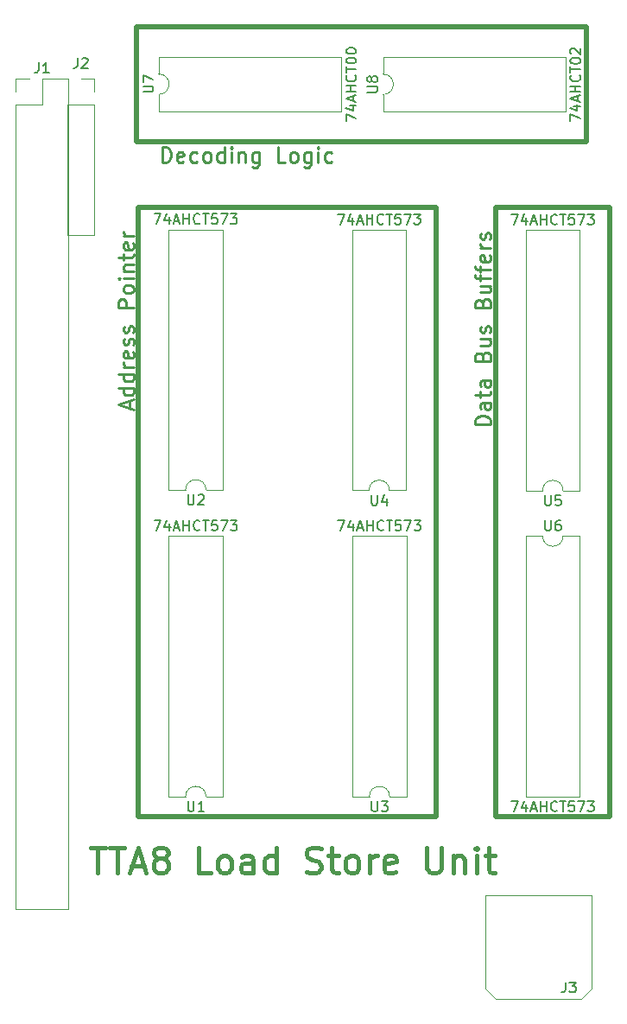
<source format=gbr>
%TF.GenerationSoftware,KiCad,Pcbnew,9.0.4*%
%TF.CreationDate,2025-09-17T01:15:47-04:00*%
%TF.ProjectId,tta8_lsu,74746138-5f6c-4737-952e-6b696361645f,0*%
%TF.SameCoordinates,Original*%
%TF.FileFunction,Legend,Top*%
%TF.FilePolarity,Positive*%
%FSLAX46Y46*%
G04 Gerber Fmt 4.6, Leading zero omitted, Abs format (unit mm)*
G04 Created by KiCad (PCBNEW 9.0.4) date 2025-09-17 01:15:47*
%MOMM*%
%LPD*%
G01*
G04 APERTURE LIST*
%ADD10C,0.500000*%
%ADD11C,0.400000*%
%ADD12C,0.250000*%
%ADD13C,0.150000*%
%ADD14C,0.120000*%
G04 APERTURE END LIST*
D10*
X68100000Y-51300000D02*
X68100000Y-62500000D01*
X103300000Y-69000000D02*
X114500000Y-69000000D01*
X97500000Y-128700000D02*
X68300000Y-128700000D01*
X97500000Y-69000000D02*
X68300000Y-69000000D01*
X112200000Y-51300000D02*
X68100000Y-51300000D01*
X68100000Y-62500000D02*
X112200000Y-62500000D01*
X112200000Y-62500000D02*
X112200000Y-51300000D01*
X68300000Y-69000000D02*
X68300000Y-128700000D01*
X97500000Y-69000000D02*
X97500000Y-128700000D01*
X103300000Y-128700000D02*
X114500000Y-128700000D01*
X103300000Y-128700000D02*
X103300000Y-69000000D01*
X114500000Y-69000000D02*
X114500000Y-128700000D01*
D11*
X63578571Y-131673247D02*
X65007142Y-131673247D01*
X64292856Y-134173247D02*
X64292856Y-131673247D01*
X65483333Y-131673247D02*
X66911904Y-131673247D01*
X66197618Y-134173247D02*
X66197618Y-131673247D01*
X67626190Y-133458961D02*
X68816666Y-133458961D01*
X67388095Y-134173247D02*
X68221428Y-131673247D01*
X68221428Y-131673247D02*
X69054761Y-134173247D01*
X70245237Y-132744676D02*
X70007142Y-132625628D01*
X70007142Y-132625628D02*
X69888095Y-132506580D01*
X69888095Y-132506580D02*
X69769047Y-132268485D01*
X69769047Y-132268485D02*
X69769047Y-132149438D01*
X69769047Y-132149438D02*
X69888095Y-131911342D01*
X69888095Y-131911342D02*
X70007142Y-131792295D01*
X70007142Y-131792295D02*
X70245237Y-131673247D01*
X70245237Y-131673247D02*
X70721428Y-131673247D01*
X70721428Y-131673247D02*
X70959523Y-131792295D01*
X70959523Y-131792295D02*
X71078571Y-131911342D01*
X71078571Y-131911342D02*
X71197618Y-132149438D01*
X71197618Y-132149438D02*
X71197618Y-132268485D01*
X71197618Y-132268485D02*
X71078571Y-132506580D01*
X71078571Y-132506580D02*
X70959523Y-132625628D01*
X70959523Y-132625628D02*
X70721428Y-132744676D01*
X70721428Y-132744676D02*
X70245237Y-132744676D01*
X70245237Y-132744676D02*
X70007142Y-132863723D01*
X70007142Y-132863723D02*
X69888095Y-132982771D01*
X69888095Y-132982771D02*
X69769047Y-133220866D01*
X69769047Y-133220866D02*
X69769047Y-133697057D01*
X69769047Y-133697057D02*
X69888095Y-133935152D01*
X69888095Y-133935152D02*
X70007142Y-134054200D01*
X70007142Y-134054200D02*
X70245237Y-134173247D01*
X70245237Y-134173247D02*
X70721428Y-134173247D01*
X70721428Y-134173247D02*
X70959523Y-134054200D01*
X70959523Y-134054200D02*
X71078571Y-133935152D01*
X71078571Y-133935152D02*
X71197618Y-133697057D01*
X71197618Y-133697057D02*
X71197618Y-133220866D01*
X71197618Y-133220866D02*
X71078571Y-132982771D01*
X71078571Y-132982771D02*
X70959523Y-132863723D01*
X70959523Y-132863723D02*
X70721428Y-132744676D01*
X75364285Y-134173247D02*
X74173809Y-134173247D01*
X74173809Y-134173247D02*
X74173809Y-131673247D01*
X76554761Y-134173247D02*
X76316666Y-134054200D01*
X76316666Y-134054200D02*
X76197619Y-133935152D01*
X76197619Y-133935152D02*
X76078571Y-133697057D01*
X76078571Y-133697057D02*
X76078571Y-132982771D01*
X76078571Y-132982771D02*
X76197619Y-132744676D01*
X76197619Y-132744676D02*
X76316666Y-132625628D01*
X76316666Y-132625628D02*
X76554761Y-132506580D01*
X76554761Y-132506580D02*
X76911904Y-132506580D01*
X76911904Y-132506580D02*
X77150000Y-132625628D01*
X77150000Y-132625628D02*
X77269047Y-132744676D01*
X77269047Y-132744676D02*
X77388095Y-132982771D01*
X77388095Y-132982771D02*
X77388095Y-133697057D01*
X77388095Y-133697057D02*
X77269047Y-133935152D01*
X77269047Y-133935152D02*
X77150000Y-134054200D01*
X77150000Y-134054200D02*
X76911904Y-134173247D01*
X76911904Y-134173247D02*
X76554761Y-134173247D01*
X79530952Y-134173247D02*
X79530952Y-132863723D01*
X79530952Y-132863723D02*
X79411905Y-132625628D01*
X79411905Y-132625628D02*
X79173809Y-132506580D01*
X79173809Y-132506580D02*
X78697619Y-132506580D01*
X78697619Y-132506580D02*
X78459524Y-132625628D01*
X79530952Y-134054200D02*
X79292857Y-134173247D01*
X79292857Y-134173247D02*
X78697619Y-134173247D01*
X78697619Y-134173247D02*
X78459524Y-134054200D01*
X78459524Y-134054200D02*
X78340476Y-133816104D01*
X78340476Y-133816104D02*
X78340476Y-133578009D01*
X78340476Y-133578009D02*
X78459524Y-133339914D01*
X78459524Y-133339914D02*
X78697619Y-133220866D01*
X78697619Y-133220866D02*
X79292857Y-133220866D01*
X79292857Y-133220866D02*
X79530952Y-133101819D01*
X81792857Y-134173247D02*
X81792857Y-131673247D01*
X81792857Y-134054200D02*
X81554762Y-134173247D01*
X81554762Y-134173247D02*
X81078571Y-134173247D01*
X81078571Y-134173247D02*
X80840476Y-134054200D01*
X80840476Y-134054200D02*
X80721429Y-133935152D01*
X80721429Y-133935152D02*
X80602381Y-133697057D01*
X80602381Y-133697057D02*
X80602381Y-132982771D01*
X80602381Y-132982771D02*
X80721429Y-132744676D01*
X80721429Y-132744676D02*
X80840476Y-132625628D01*
X80840476Y-132625628D02*
X81078571Y-132506580D01*
X81078571Y-132506580D02*
X81554762Y-132506580D01*
X81554762Y-132506580D02*
X81792857Y-132625628D01*
X84769048Y-134054200D02*
X85126191Y-134173247D01*
X85126191Y-134173247D02*
X85721429Y-134173247D01*
X85721429Y-134173247D02*
X85959524Y-134054200D01*
X85959524Y-134054200D02*
X86078572Y-133935152D01*
X86078572Y-133935152D02*
X86197619Y-133697057D01*
X86197619Y-133697057D02*
X86197619Y-133458961D01*
X86197619Y-133458961D02*
X86078572Y-133220866D01*
X86078572Y-133220866D02*
X85959524Y-133101819D01*
X85959524Y-133101819D02*
X85721429Y-132982771D01*
X85721429Y-132982771D02*
X85245238Y-132863723D01*
X85245238Y-132863723D02*
X85007143Y-132744676D01*
X85007143Y-132744676D02*
X84888096Y-132625628D01*
X84888096Y-132625628D02*
X84769048Y-132387533D01*
X84769048Y-132387533D02*
X84769048Y-132149438D01*
X84769048Y-132149438D02*
X84888096Y-131911342D01*
X84888096Y-131911342D02*
X85007143Y-131792295D01*
X85007143Y-131792295D02*
X85245238Y-131673247D01*
X85245238Y-131673247D02*
X85840477Y-131673247D01*
X85840477Y-131673247D02*
X86197619Y-131792295D01*
X86911905Y-132506580D02*
X87864286Y-132506580D01*
X87269048Y-131673247D02*
X87269048Y-133816104D01*
X87269048Y-133816104D02*
X87388095Y-134054200D01*
X87388095Y-134054200D02*
X87626190Y-134173247D01*
X87626190Y-134173247D02*
X87864286Y-134173247D01*
X89054761Y-134173247D02*
X88816666Y-134054200D01*
X88816666Y-134054200D02*
X88697619Y-133935152D01*
X88697619Y-133935152D02*
X88578571Y-133697057D01*
X88578571Y-133697057D02*
X88578571Y-132982771D01*
X88578571Y-132982771D02*
X88697619Y-132744676D01*
X88697619Y-132744676D02*
X88816666Y-132625628D01*
X88816666Y-132625628D02*
X89054761Y-132506580D01*
X89054761Y-132506580D02*
X89411904Y-132506580D01*
X89411904Y-132506580D02*
X89650000Y-132625628D01*
X89650000Y-132625628D02*
X89769047Y-132744676D01*
X89769047Y-132744676D02*
X89888095Y-132982771D01*
X89888095Y-132982771D02*
X89888095Y-133697057D01*
X89888095Y-133697057D02*
X89769047Y-133935152D01*
X89769047Y-133935152D02*
X89650000Y-134054200D01*
X89650000Y-134054200D02*
X89411904Y-134173247D01*
X89411904Y-134173247D02*
X89054761Y-134173247D01*
X90959524Y-134173247D02*
X90959524Y-132506580D01*
X90959524Y-132982771D02*
X91078571Y-132744676D01*
X91078571Y-132744676D02*
X91197619Y-132625628D01*
X91197619Y-132625628D02*
X91435714Y-132506580D01*
X91435714Y-132506580D02*
X91673809Y-132506580D01*
X93459524Y-134054200D02*
X93221428Y-134173247D01*
X93221428Y-134173247D02*
X92745238Y-134173247D01*
X92745238Y-134173247D02*
X92507143Y-134054200D01*
X92507143Y-134054200D02*
X92388095Y-133816104D01*
X92388095Y-133816104D02*
X92388095Y-132863723D01*
X92388095Y-132863723D02*
X92507143Y-132625628D01*
X92507143Y-132625628D02*
X92745238Y-132506580D01*
X92745238Y-132506580D02*
X93221428Y-132506580D01*
X93221428Y-132506580D02*
X93459524Y-132625628D01*
X93459524Y-132625628D02*
X93578571Y-132863723D01*
X93578571Y-132863723D02*
X93578571Y-133101819D01*
X93578571Y-133101819D02*
X92388095Y-133339914D01*
X96554762Y-131673247D02*
X96554762Y-133697057D01*
X96554762Y-133697057D02*
X96673809Y-133935152D01*
X96673809Y-133935152D02*
X96792857Y-134054200D01*
X96792857Y-134054200D02*
X97030952Y-134173247D01*
X97030952Y-134173247D02*
X97507143Y-134173247D01*
X97507143Y-134173247D02*
X97745238Y-134054200D01*
X97745238Y-134054200D02*
X97864285Y-133935152D01*
X97864285Y-133935152D02*
X97983333Y-133697057D01*
X97983333Y-133697057D02*
X97983333Y-131673247D01*
X99173810Y-132506580D02*
X99173810Y-134173247D01*
X99173810Y-132744676D02*
X99292857Y-132625628D01*
X99292857Y-132625628D02*
X99530952Y-132506580D01*
X99530952Y-132506580D02*
X99888095Y-132506580D01*
X99888095Y-132506580D02*
X100126191Y-132625628D01*
X100126191Y-132625628D02*
X100245238Y-132863723D01*
X100245238Y-132863723D02*
X100245238Y-134173247D01*
X101435715Y-134173247D02*
X101435715Y-132506580D01*
X101435715Y-131673247D02*
X101316667Y-131792295D01*
X101316667Y-131792295D02*
X101435715Y-131911342D01*
X101435715Y-131911342D02*
X101554762Y-131792295D01*
X101554762Y-131792295D02*
X101435715Y-131673247D01*
X101435715Y-131673247D02*
X101435715Y-131911342D01*
X102269048Y-132506580D02*
X103221429Y-132506580D01*
X102626191Y-131673247D02*
X102626191Y-133816104D01*
X102626191Y-133816104D02*
X102745238Y-134054200D01*
X102745238Y-134054200D02*
X102983333Y-134173247D01*
X102983333Y-134173247D02*
X103221429Y-134173247D01*
D12*
X67374857Y-88664472D02*
X67374857Y-87950187D01*
X67803428Y-88807329D02*
X66303428Y-88307329D01*
X66303428Y-88307329D02*
X67803428Y-87807329D01*
X67803428Y-86664473D02*
X66303428Y-86664473D01*
X67732000Y-86664473D02*
X67803428Y-86807330D01*
X67803428Y-86807330D02*
X67803428Y-87093044D01*
X67803428Y-87093044D02*
X67732000Y-87235901D01*
X67732000Y-87235901D02*
X67660571Y-87307330D01*
X67660571Y-87307330D02*
X67517714Y-87378758D01*
X67517714Y-87378758D02*
X67089142Y-87378758D01*
X67089142Y-87378758D02*
X66946285Y-87307330D01*
X66946285Y-87307330D02*
X66874857Y-87235901D01*
X66874857Y-87235901D02*
X66803428Y-87093044D01*
X66803428Y-87093044D02*
X66803428Y-86807330D01*
X66803428Y-86807330D02*
X66874857Y-86664473D01*
X67803428Y-85307330D02*
X66303428Y-85307330D01*
X67732000Y-85307330D02*
X67803428Y-85450187D01*
X67803428Y-85450187D02*
X67803428Y-85735901D01*
X67803428Y-85735901D02*
X67732000Y-85878758D01*
X67732000Y-85878758D02*
X67660571Y-85950187D01*
X67660571Y-85950187D02*
X67517714Y-86021615D01*
X67517714Y-86021615D02*
X67089142Y-86021615D01*
X67089142Y-86021615D02*
X66946285Y-85950187D01*
X66946285Y-85950187D02*
X66874857Y-85878758D01*
X66874857Y-85878758D02*
X66803428Y-85735901D01*
X66803428Y-85735901D02*
X66803428Y-85450187D01*
X66803428Y-85450187D02*
X66874857Y-85307330D01*
X67803428Y-84593044D02*
X66803428Y-84593044D01*
X67089142Y-84593044D02*
X66946285Y-84521615D01*
X66946285Y-84521615D02*
X66874857Y-84450187D01*
X66874857Y-84450187D02*
X66803428Y-84307329D01*
X66803428Y-84307329D02*
X66803428Y-84164472D01*
X67732000Y-83093044D02*
X67803428Y-83235901D01*
X67803428Y-83235901D02*
X67803428Y-83521616D01*
X67803428Y-83521616D02*
X67732000Y-83664473D01*
X67732000Y-83664473D02*
X67589142Y-83735901D01*
X67589142Y-83735901D02*
X67017714Y-83735901D01*
X67017714Y-83735901D02*
X66874857Y-83664473D01*
X66874857Y-83664473D02*
X66803428Y-83521616D01*
X66803428Y-83521616D02*
X66803428Y-83235901D01*
X66803428Y-83235901D02*
X66874857Y-83093044D01*
X66874857Y-83093044D02*
X67017714Y-83021616D01*
X67017714Y-83021616D02*
X67160571Y-83021616D01*
X67160571Y-83021616D02*
X67303428Y-83735901D01*
X67732000Y-82450187D02*
X67803428Y-82307330D01*
X67803428Y-82307330D02*
X67803428Y-82021616D01*
X67803428Y-82021616D02*
X67732000Y-81878759D01*
X67732000Y-81878759D02*
X67589142Y-81807330D01*
X67589142Y-81807330D02*
X67517714Y-81807330D01*
X67517714Y-81807330D02*
X67374857Y-81878759D01*
X67374857Y-81878759D02*
X67303428Y-82021616D01*
X67303428Y-82021616D02*
X67303428Y-82235902D01*
X67303428Y-82235902D02*
X67232000Y-82378759D01*
X67232000Y-82378759D02*
X67089142Y-82450187D01*
X67089142Y-82450187D02*
X67017714Y-82450187D01*
X67017714Y-82450187D02*
X66874857Y-82378759D01*
X66874857Y-82378759D02*
X66803428Y-82235902D01*
X66803428Y-82235902D02*
X66803428Y-82021616D01*
X66803428Y-82021616D02*
X66874857Y-81878759D01*
X67732000Y-81235901D02*
X67803428Y-81093044D01*
X67803428Y-81093044D02*
X67803428Y-80807330D01*
X67803428Y-80807330D02*
X67732000Y-80664473D01*
X67732000Y-80664473D02*
X67589142Y-80593044D01*
X67589142Y-80593044D02*
X67517714Y-80593044D01*
X67517714Y-80593044D02*
X67374857Y-80664473D01*
X67374857Y-80664473D02*
X67303428Y-80807330D01*
X67303428Y-80807330D02*
X67303428Y-81021616D01*
X67303428Y-81021616D02*
X67232000Y-81164473D01*
X67232000Y-81164473D02*
X67089142Y-81235901D01*
X67089142Y-81235901D02*
X67017714Y-81235901D01*
X67017714Y-81235901D02*
X66874857Y-81164473D01*
X66874857Y-81164473D02*
X66803428Y-81021616D01*
X66803428Y-81021616D02*
X66803428Y-80807330D01*
X66803428Y-80807330D02*
X66874857Y-80664473D01*
X67803428Y-78807330D02*
X66303428Y-78807330D01*
X66303428Y-78807330D02*
X66303428Y-78235901D01*
X66303428Y-78235901D02*
X66374857Y-78093044D01*
X66374857Y-78093044D02*
X66446285Y-78021615D01*
X66446285Y-78021615D02*
X66589142Y-77950187D01*
X66589142Y-77950187D02*
X66803428Y-77950187D01*
X66803428Y-77950187D02*
X66946285Y-78021615D01*
X66946285Y-78021615D02*
X67017714Y-78093044D01*
X67017714Y-78093044D02*
X67089142Y-78235901D01*
X67089142Y-78235901D02*
X67089142Y-78807330D01*
X67803428Y-77093044D02*
X67732000Y-77235901D01*
X67732000Y-77235901D02*
X67660571Y-77307330D01*
X67660571Y-77307330D02*
X67517714Y-77378758D01*
X67517714Y-77378758D02*
X67089142Y-77378758D01*
X67089142Y-77378758D02*
X66946285Y-77307330D01*
X66946285Y-77307330D02*
X66874857Y-77235901D01*
X66874857Y-77235901D02*
X66803428Y-77093044D01*
X66803428Y-77093044D02*
X66803428Y-76878758D01*
X66803428Y-76878758D02*
X66874857Y-76735901D01*
X66874857Y-76735901D02*
X66946285Y-76664473D01*
X66946285Y-76664473D02*
X67089142Y-76593044D01*
X67089142Y-76593044D02*
X67517714Y-76593044D01*
X67517714Y-76593044D02*
X67660571Y-76664473D01*
X67660571Y-76664473D02*
X67732000Y-76735901D01*
X67732000Y-76735901D02*
X67803428Y-76878758D01*
X67803428Y-76878758D02*
X67803428Y-77093044D01*
X67803428Y-75950187D02*
X66803428Y-75950187D01*
X66303428Y-75950187D02*
X66374857Y-76021615D01*
X66374857Y-76021615D02*
X66446285Y-75950187D01*
X66446285Y-75950187D02*
X66374857Y-75878758D01*
X66374857Y-75878758D02*
X66303428Y-75950187D01*
X66303428Y-75950187D02*
X66446285Y-75950187D01*
X66803428Y-75235901D02*
X67803428Y-75235901D01*
X66946285Y-75235901D02*
X66874857Y-75164472D01*
X66874857Y-75164472D02*
X66803428Y-75021615D01*
X66803428Y-75021615D02*
X66803428Y-74807329D01*
X66803428Y-74807329D02*
X66874857Y-74664472D01*
X66874857Y-74664472D02*
X67017714Y-74593044D01*
X67017714Y-74593044D02*
X67803428Y-74593044D01*
X66803428Y-74093043D02*
X66803428Y-73521615D01*
X66303428Y-73878758D02*
X67589142Y-73878758D01*
X67589142Y-73878758D02*
X67732000Y-73807329D01*
X67732000Y-73807329D02*
X67803428Y-73664472D01*
X67803428Y-73664472D02*
X67803428Y-73521615D01*
X67732000Y-72450186D02*
X67803428Y-72593043D01*
X67803428Y-72593043D02*
X67803428Y-72878758D01*
X67803428Y-72878758D02*
X67732000Y-73021615D01*
X67732000Y-73021615D02*
X67589142Y-73093043D01*
X67589142Y-73093043D02*
X67017714Y-73093043D01*
X67017714Y-73093043D02*
X66874857Y-73021615D01*
X66874857Y-73021615D02*
X66803428Y-72878758D01*
X66803428Y-72878758D02*
X66803428Y-72593043D01*
X66803428Y-72593043D02*
X66874857Y-72450186D01*
X66874857Y-72450186D02*
X67017714Y-72378758D01*
X67017714Y-72378758D02*
X67160571Y-72378758D01*
X67160571Y-72378758D02*
X67303428Y-73093043D01*
X67803428Y-71735901D02*
X66803428Y-71735901D01*
X67089142Y-71735901D02*
X66946285Y-71664472D01*
X66946285Y-71664472D02*
X66874857Y-71593044D01*
X66874857Y-71593044D02*
X66803428Y-71450186D01*
X66803428Y-71450186D02*
X66803428Y-71307329D01*
X102803428Y-90235902D02*
X101303428Y-90235902D01*
X101303428Y-90235902D02*
X101303428Y-89878759D01*
X101303428Y-89878759D02*
X101374857Y-89664473D01*
X101374857Y-89664473D02*
X101517714Y-89521616D01*
X101517714Y-89521616D02*
X101660571Y-89450187D01*
X101660571Y-89450187D02*
X101946285Y-89378759D01*
X101946285Y-89378759D02*
X102160571Y-89378759D01*
X102160571Y-89378759D02*
X102446285Y-89450187D01*
X102446285Y-89450187D02*
X102589142Y-89521616D01*
X102589142Y-89521616D02*
X102732000Y-89664473D01*
X102732000Y-89664473D02*
X102803428Y-89878759D01*
X102803428Y-89878759D02*
X102803428Y-90235902D01*
X102803428Y-88093045D02*
X102017714Y-88093045D01*
X102017714Y-88093045D02*
X101874857Y-88164473D01*
X101874857Y-88164473D02*
X101803428Y-88307330D01*
X101803428Y-88307330D02*
X101803428Y-88593045D01*
X101803428Y-88593045D02*
X101874857Y-88735902D01*
X102732000Y-88093045D02*
X102803428Y-88235902D01*
X102803428Y-88235902D02*
X102803428Y-88593045D01*
X102803428Y-88593045D02*
X102732000Y-88735902D01*
X102732000Y-88735902D02*
X102589142Y-88807330D01*
X102589142Y-88807330D02*
X102446285Y-88807330D01*
X102446285Y-88807330D02*
X102303428Y-88735902D01*
X102303428Y-88735902D02*
X102232000Y-88593045D01*
X102232000Y-88593045D02*
X102232000Y-88235902D01*
X102232000Y-88235902D02*
X102160571Y-88093045D01*
X101803428Y-87593044D02*
X101803428Y-87021616D01*
X101303428Y-87378759D02*
X102589142Y-87378759D01*
X102589142Y-87378759D02*
X102732000Y-87307330D01*
X102732000Y-87307330D02*
X102803428Y-87164473D01*
X102803428Y-87164473D02*
X102803428Y-87021616D01*
X102803428Y-85878759D02*
X102017714Y-85878759D01*
X102017714Y-85878759D02*
X101874857Y-85950187D01*
X101874857Y-85950187D02*
X101803428Y-86093044D01*
X101803428Y-86093044D02*
X101803428Y-86378759D01*
X101803428Y-86378759D02*
X101874857Y-86521616D01*
X102732000Y-85878759D02*
X102803428Y-86021616D01*
X102803428Y-86021616D02*
X102803428Y-86378759D01*
X102803428Y-86378759D02*
X102732000Y-86521616D01*
X102732000Y-86521616D02*
X102589142Y-86593044D01*
X102589142Y-86593044D02*
X102446285Y-86593044D01*
X102446285Y-86593044D02*
X102303428Y-86521616D01*
X102303428Y-86521616D02*
X102232000Y-86378759D01*
X102232000Y-86378759D02*
X102232000Y-86021616D01*
X102232000Y-86021616D02*
X102160571Y-85878759D01*
X102017714Y-83521616D02*
X102089142Y-83307330D01*
X102089142Y-83307330D02*
X102160571Y-83235901D01*
X102160571Y-83235901D02*
X102303428Y-83164473D01*
X102303428Y-83164473D02*
X102517714Y-83164473D01*
X102517714Y-83164473D02*
X102660571Y-83235901D01*
X102660571Y-83235901D02*
X102732000Y-83307330D01*
X102732000Y-83307330D02*
X102803428Y-83450187D01*
X102803428Y-83450187D02*
X102803428Y-84021616D01*
X102803428Y-84021616D02*
X101303428Y-84021616D01*
X101303428Y-84021616D02*
X101303428Y-83521616D01*
X101303428Y-83521616D02*
X101374857Y-83378759D01*
X101374857Y-83378759D02*
X101446285Y-83307330D01*
X101446285Y-83307330D02*
X101589142Y-83235901D01*
X101589142Y-83235901D02*
X101732000Y-83235901D01*
X101732000Y-83235901D02*
X101874857Y-83307330D01*
X101874857Y-83307330D02*
X101946285Y-83378759D01*
X101946285Y-83378759D02*
X102017714Y-83521616D01*
X102017714Y-83521616D02*
X102017714Y-84021616D01*
X101803428Y-81878759D02*
X102803428Y-81878759D01*
X101803428Y-82521616D02*
X102589142Y-82521616D01*
X102589142Y-82521616D02*
X102732000Y-82450187D01*
X102732000Y-82450187D02*
X102803428Y-82307330D01*
X102803428Y-82307330D02*
X102803428Y-82093044D01*
X102803428Y-82093044D02*
X102732000Y-81950187D01*
X102732000Y-81950187D02*
X102660571Y-81878759D01*
X102732000Y-81235901D02*
X102803428Y-81093044D01*
X102803428Y-81093044D02*
X102803428Y-80807330D01*
X102803428Y-80807330D02*
X102732000Y-80664473D01*
X102732000Y-80664473D02*
X102589142Y-80593044D01*
X102589142Y-80593044D02*
X102517714Y-80593044D01*
X102517714Y-80593044D02*
X102374857Y-80664473D01*
X102374857Y-80664473D02*
X102303428Y-80807330D01*
X102303428Y-80807330D02*
X102303428Y-81021616D01*
X102303428Y-81021616D02*
X102232000Y-81164473D01*
X102232000Y-81164473D02*
X102089142Y-81235901D01*
X102089142Y-81235901D02*
X102017714Y-81235901D01*
X102017714Y-81235901D02*
X101874857Y-81164473D01*
X101874857Y-81164473D02*
X101803428Y-81021616D01*
X101803428Y-81021616D02*
X101803428Y-80807330D01*
X101803428Y-80807330D02*
X101874857Y-80664473D01*
X102017714Y-78307330D02*
X102089142Y-78093044D01*
X102089142Y-78093044D02*
X102160571Y-78021615D01*
X102160571Y-78021615D02*
X102303428Y-77950187D01*
X102303428Y-77950187D02*
X102517714Y-77950187D01*
X102517714Y-77950187D02*
X102660571Y-78021615D01*
X102660571Y-78021615D02*
X102732000Y-78093044D01*
X102732000Y-78093044D02*
X102803428Y-78235901D01*
X102803428Y-78235901D02*
X102803428Y-78807330D01*
X102803428Y-78807330D02*
X101303428Y-78807330D01*
X101303428Y-78807330D02*
X101303428Y-78307330D01*
X101303428Y-78307330D02*
X101374857Y-78164473D01*
X101374857Y-78164473D02*
X101446285Y-78093044D01*
X101446285Y-78093044D02*
X101589142Y-78021615D01*
X101589142Y-78021615D02*
X101732000Y-78021615D01*
X101732000Y-78021615D02*
X101874857Y-78093044D01*
X101874857Y-78093044D02*
X101946285Y-78164473D01*
X101946285Y-78164473D02*
X102017714Y-78307330D01*
X102017714Y-78307330D02*
X102017714Y-78807330D01*
X101803428Y-76664473D02*
X102803428Y-76664473D01*
X101803428Y-77307330D02*
X102589142Y-77307330D01*
X102589142Y-77307330D02*
X102732000Y-77235901D01*
X102732000Y-77235901D02*
X102803428Y-77093044D01*
X102803428Y-77093044D02*
X102803428Y-76878758D01*
X102803428Y-76878758D02*
X102732000Y-76735901D01*
X102732000Y-76735901D02*
X102660571Y-76664473D01*
X101803428Y-76164472D02*
X101803428Y-75593044D01*
X102803428Y-75950187D02*
X101517714Y-75950187D01*
X101517714Y-75950187D02*
X101374857Y-75878758D01*
X101374857Y-75878758D02*
X101303428Y-75735901D01*
X101303428Y-75735901D02*
X101303428Y-75593044D01*
X101803428Y-75307329D02*
X101803428Y-74735901D01*
X102803428Y-75093044D02*
X101517714Y-75093044D01*
X101517714Y-75093044D02*
X101374857Y-75021615D01*
X101374857Y-75021615D02*
X101303428Y-74878758D01*
X101303428Y-74878758D02*
X101303428Y-74735901D01*
X102732000Y-73664472D02*
X102803428Y-73807329D01*
X102803428Y-73807329D02*
X102803428Y-74093044D01*
X102803428Y-74093044D02*
X102732000Y-74235901D01*
X102732000Y-74235901D02*
X102589142Y-74307329D01*
X102589142Y-74307329D02*
X102017714Y-74307329D01*
X102017714Y-74307329D02*
X101874857Y-74235901D01*
X101874857Y-74235901D02*
X101803428Y-74093044D01*
X101803428Y-74093044D02*
X101803428Y-73807329D01*
X101803428Y-73807329D02*
X101874857Y-73664472D01*
X101874857Y-73664472D02*
X102017714Y-73593044D01*
X102017714Y-73593044D02*
X102160571Y-73593044D01*
X102160571Y-73593044D02*
X102303428Y-74307329D01*
X102803428Y-72950187D02*
X101803428Y-72950187D01*
X102089142Y-72950187D02*
X101946285Y-72878758D01*
X101946285Y-72878758D02*
X101874857Y-72807330D01*
X101874857Y-72807330D02*
X101803428Y-72664472D01*
X101803428Y-72664472D02*
X101803428Y-72521615D01*
X102732000Y-72093044D02*
X102803428Y-71950187D01*
X102803428Y-71950187D02*
X102803428Y-71664473D01*
X102803428Y-71664473D02*
X102732000Y-71521616D01*
X102732000Y-71521616D02*
X102589142Y-71450187D01*
X102589142Y-71450187D02*
X102517714Y-71450187D01*
X102517714Y-71450187D02*
X102374857Y-71521616D01*
X102374857Y-71521616D02*
X102303428Y-71664473D01*
X102303428Y-71664473D02*
X102303428Y-71878759D01*
X102303428Y-71878759D02*
X102232000Y-72021616D01*
X102232000Y-72021616D02*
X102089142Y-72093044D01*
X102089142Y-72093044D02*
X102017714Y-72093044D01*
X102017714Y-72093044D02*
X101874857Y-72021616D01*
X101874857Y-72021616D02*
X101803428Y-71878759D01*
X101803428Y-71878759D02*
X101803428Y-71664473D01*
X101803428Y-71664473D02*
X101874857Y-71521616D01*
X70621615Y-64558428D02*
X70621615Y-63058428D01*
X70621615Y-63058428D02*
X70978758Y-63058428D01*
X70978758Y-63058428D02*
X71193044Y-63129857D01*
X71193044Y-63129857D02*
X71335901Y-63272714D01*
X71335901Y-63272714D02*
X71407330Y-63415571D01*
X71407330Y-63415571D02*
X71478758Y-63701285D01*
X71478758Y-63701285D02*
X71478758Y-63915571D01*
X71478758Y-63915571D02*
X71407330Y-64201285D01*
X71407330Y-64201285D02*
X71335901Y-64344142D01*
X71335901Y-64344142D02*
X71193044Y-64487000D01*
X71193044Y-64487000D02*
X70978758Y-64558428D01*
X70978758Y-64558428D02*
X70621615Y-64558428D01*
X72693044Y-64487000D02*
X72550187Y-64558428D01*
X72550187Y-64558428D02*
X72264473Y-64558428D01*
X72264473Y-64558428D02*
X72121615Y-64487000D01*
X72121615Y-64487000D02*
X72050187Y-64344142D01*
X72050187Y-64344142D02*
X72050187Y-63772714D01*
X72050187Y-63772714D02*
X72121615Y-63629857D01*
X72121615Y-63629857D02*
X72264473Y-63558428D01*
X72264473Y-63558428D02*
X72550187Y-63558428D01*
X72550187Y-63558428D02*
X72693044Y-63629857D01*
X72693044Y-63629857D02*
X72764473Y-63772714D01*
X72764473Y-63772714D02*
X72764473Y-63915571D01*
X72764473Y-63915571D02*
X72050187Y-64058428D01*
X74050187Y-64487000D02*
X73907329Y-64558428D01*
X73907329Y-64558428D02*
X73621615Y-64558428D01*
X73621615Y-64558428D02*
X73478758Y-64487000D01*
X73478758Y-64487000D02*
X73407329Y-64415571D01*
X73407329Y-64415571D02*
X73335901Y-64272714D01*
X73335901Y-64272714D02*
X73335901Y-63844142D01*
X73335901Y-63844142D02*
X73407329Y-63701285D01*
X73407329Y-63701285D02*
X73478758Y-63629857D01*
X73478758Y-63629857D02*
X73621615Y-63558428D01*
X73621615Y-63558428D02*
X73907329Y-63558428D01*
X73907329Y-63558428D02*
X74050187Y-63629857D01*
X74907329Y-64558428D02*
X74764472Y-64487000D01*
X74764472Y-64487000D02*
X74693043Y-64415571D01*
X74693043Y-64415571D02*
X74621615Y-64272714D01*
X74621615Y-64272714D02*
X74621615Y-63844142D01*
X74621615Y-63844142D02*
X74693043Y-63701285D01*
X74693043Y-63701285D02*
X74764472Y-63629857D01*
X74764472Y-63629857D02*
X74907329Y-63558428D01*
X74907329Y-63558428D02*
X75121615Y-63558428D01*
X75121615Y-63558428D02*
X75264472Y-63629857D01*
X75264472Y-63629857D02*
X75335901Y-63701285D01*
X75335901Y-63701285D02*
X75407329Y-63844142D01*
X75407329Y-63844142D02*
X75407329Y-64272714D01*
X75407329Y-64272714D02*
X75335901Y-64415571D01*
X75335901Y-64415571D02*
X75264472Y-64487000D01*
X75264472Y-64487000D02*
X75121615Y-64558428D01*
X75121615Y-64558428D02*
X74907329Y-64558428D01*
X76693044Y-64558428D02*
X76693044Y-63058428D01*
X76693044Y-64487000D02*
X76550186Y-64558428D01*
X76550186Y-64558428D02*
X76264472Y-64558428D01*
X76264472Y-64558428D02*
X76121615Y-64487000D01*
X76121615Y-64487000D02*
X76050186Y-64415571D01*
X76050186Y-64415571D02*
X75978758Y-64272714D01*
X75978758Y-64272714D02*
X75978758Y-63844142D01*
X75978758Y-63844142D02*
X76050186Y-63701285D01*
X76050186Y-63701285D02*
X76121615Y-63629857D01*
X76121615Y-63629857D02*
X76264472Y-63558428D01*
X76264472Y-63558428D02*
X76550186Y-63558428D01*
X76550186Y-63558428D02*
X76693044Y-63629857D01*
X77407329Y-64558428D02*
X77407329Y-63558428D01*
X77407329Y-63058428D02*
X77335901Y-63129857D01*
X77335901Y-63129857D02*
X77407329Y-63201285D01*
X77407329Y-63201285D02*
X77478758Y-63129857D01*
X77478758Y-63129857D02*
X77407329Y-63058428D01*
X77407329Y-63058428D02*
X77407329Y-63201285D01*
X78121615Y-63558428D02*
X78121615Y-64558428D01*
X78121615Y-63701285D02*
X78193044Y-63629857D01*
X78193044Y-63629857D02*
X78335901Y-63558428D01*
X78335901Y-63558428D02*
X78550187Y-63558428D01*
X78550187Y-63558428D02*
X78693044Y-63629857D01*
X78693044Y-63629857D02*
X78764473Y-63772714D01*
X78764473Y-63772714D02*
X78764473Y-64558428D01*
X80121616Y-63558428D02*
X80121616Y-64772714D01*
X80121616Y-64772714D02*
X80050187Y-64915571D01*
X80050187Y-64915571D02*
X79978758Y-64987000D01*
X79978758Y-64987000D02*
X79835901Y-65058428D01*
X79835901Y-65058428D02*
X79621616Y-65058428D01*
X79621616Y-65058428D02*
X79478758Y-64987000D01*
X80121616Y-64487000D02*
X79978758Y-64558428D01*
X79978758Y-64558428D02*
X79693044Y-64558428D01*
X79693044Y-64558428D02*
X79550187Y-64487000D01*
X79550187Y-64487000D02*
X79478758Y-64415571D01*
X79478758Y-64415571D02*
X79407330Y-64272714D01*
X79407330Y-64272714D02*
X79407330Y-63844142D01*
X79407330Y-63844142D02*
X79478758Y-63701285D01*
X79478758Y-63701285D02*
X79550187Y-63629857D01*
X79550187Y-63629857D02*
X79693044Y-63558428D01*
X79693044Y-63558428D02*
X79978758Y-63558428D01*
X79978758Y-63558428D02*
X80121616Y-63629857D01*
X82693044Y-64558428D02*
X81978758Y-64558428D01*
X81978758Y-64558428D02*
X81978758Y-63058428D01*
X83407330Y-64558428D02*
X83264473Y-64487000D01*
X83264473Y-64487000D02*
X83193044Y-64415571D01*
X83193044Y-64415571D02*
X83121616Y-64272714D01*
X83121616Y-64272714D02*
X83121616Y-63844142D01*
X83121616Y-63844142D02*
X83193044Y-63701285D01*
X83193044Y-63701285D02*
X83264473Y-63629857D01*
X83264473Y-63629857D02*
X83407330Y-63558428D01*
X83407330Y-63558428D02*
X83621616Y-63558428D01*
X83621616Y-63558428D02*
X83764473Y-63629857D01*
X83764473Y-63629857D02*
X83835902Y-63701285D01*
X83835902Y-63701285D02*
X83907330Y-63844142D01*
X83907330Y-63844142D02*
X83907330Y-64272714D01*
X83907330Y-64272714D02*
X83835902Y-64415571D01*
X83835902Y-64415571D02*
X83764473Y-64487000D01*
X83764473Y-64487000D02*
X83621616Y-64558428D01*
X83621616Y-64558428D02*
X83407330Y-64558428D01*
X85193045Y-63558428D02*
X85193045Y-64772714D01*
X85193045Y-64772714D02*
X85121616Y-64915571D01*
X85121616Y-64915571D02*
X85050187Y-64987000D01*
X85050187Y-64987000D02*
X84907330Y-65058428D01*
X84907330Y-65058428D02*
X84693045Y-65058428D01*
X84693045Y-65058428D02*
X84550187Y-64987000D01*
X85193045Y-64487000D02*
X85050187Y-64558428D01*
X85050187Y-64558428D02*
X84764473Y-64558428D01*
X84764473Y-64558428D02*
X84621616Y-64487000D01*
X84621616Y-64487000D02*
X84550187Y-64415571D01*
X84550187Y-64415571D02*
X84478759Y-64272714D01*
X84478759Y-64272714D02*
X84478759Y-63844142D01*
X84478759Y-63844142D02*
X84550187Y-63701285D01*
X84550187Y-63701285D02*
X84621616Y-63629857D01*
X84621616Y-63629857D02*
X84764473Y-63558428D01*
X84764473Y-63558428D02*
X85050187Y-63558428D01*
X85050187Y-63558428D02*
X85193045Y-63629857D01*
X85907330Y-64558428D02*
X85907330Y-63558428D01*
X85907330Y-63058428D02*
X85835902Y-63129857D01*
X85835902Y-63129857D02*
X85907330Y-63201285D01*
X85907330Y-63201285D02*
X85978759Y-63129857D01*
X85978759Y-63129857D02*
X85907330Y-63058428D01*
X85907330Y-63058428D02*
X85907330Y-63201285D01*
X87264474Y-64487000D02*
X87121616Y-64558428D01*
X87121616Y-64558428D02*
X86835902Y-64558428D01*
X86835902Y-64558428D02*
X86693045Y-64487000D01*
X86693045Y-64487000D02*
X86621616Y-64415571D01*
X86621616Y-64415571D02*
X86550188Y-64272714D01*
X86550188Y-64272714D02*
X86550188Y-63844142D01*
X86550188Y-63844142D02*
X86621616Y-63701285D01*
X86621616Y-63701285D02*
X86693045Y-63629857D01*
X86693045Y-63629857D02*
X86835902Y-63558428D01*
X86835902Y-63558428D02*
X87121616Y-63558428D01*
X87121616Y-63558428D02*
X87264474Y-63629857D01*
D13*
X62316666Y-54329819D02*
X62316666Y-55044104D01*
X62316666Y-55044104D02*
X62269047Y-55186961D01*
X62269047Y-55186961D02*
X62173809Y-55282200D01*
X62173809Y-55282200D02*
X62030952Y-55329819D01*
X62030952Y-55329819D02*
X61935714Y-55329819D01*
X62745238Y-54425057D02*
X62792857Y-54377438D01*
X62792857Y-54377438D02*
X62888095Y-54329819D01*
X62888095Y-54329819D02*
X63126190Y-54329819D01*
X63126190Y-54329819D02*
X63221428Y-54377438D01*
X63221428Y-54377438D02*
X63269047Y-54425057D01*
X63269047Y-54425057D02*
X63316666Y-54520295D01*
X63316666Y-54520295D02*
X63316666Y-54615533D01*
X63316666Y-54615533D02*
X63269047Y-54758390D01*
X63269047Y-54758390D02*
X62697619Y-55329819D01*
X62697619Y-55329819D02*
X63316666Y-55329819D01*
X90724819Y-57671904D02*
X91534342Y-57671904D01*
X91534342Y-57671904D02*
X91629580Y-57624285D01*
X91629580Y-57624285D02*
X91677200Y-57576666D01*
X91677200Y-57576666D02*
X91724819Y-57481428D01*
X91724819Y-57481428D02*
X91724819Y-57290952D01*
X91724819Y-57290952D02*
X91677200Y-57195714D01*
X91677200Y-57195714D02*
X91629580Y-57148095D01*
X91629580Y-57148095D02*
X91534342Y-57100476D01*
X91534342Y-57100476D02*
X90724819Y-57100476D01*
X91153390Y-56481428D02*
X91105771Y-56576666D01*
X91105771Y-56576666D02*
X91058152Y-56624285D01*
X91058152Y-56624285D02*
X90962914Y-56671904D01*
X90962914Y-56671904D02*
X90915295Y-56671904D01*
X90915295Y-56671904D02*
X90820057Y-56624285D01*
X90820057Y-56624285D02*
X90772438Y-56576666D01*
X90772438Y-56576666D02*
X90724819Y-56481428D01*
X90724819Y-56481428D02*
X90724819Y-56290952D01*
X90724819Y-56290952D02*
X90772438Y-56195714D01*
X90772438Y-56195714D02*
X90820057Y-56148095D01*
X90820057Y-56148095D02*
X90915295Y-56100476D01*
X90915295Y-56100476D02*
X90962914Y-56100476D01*
X90962914Y-56100476D02*
X91058152Y-56148095D01*
X91058152Y-56148095D02*
X91105771Y-56195714D01*
X91105771Y-56195714D02*
X91153390Y-56290952D01*
X91153390Y-56290952D02*
X91153390Y-56481428D01*
X91153390Y-56481428D02*
X91201009Y-56576666D01*
X91201009Y-56576666D02*
X91248628Y-56624285D01*
X91248628Y-56624285D02*
X91343866Y-56671904D01*
X91343866Y-56671904D02*
X91534342Y-56671904D01*
X91534342Y-56671904D02*
X91629580Y-56624285D01*
X91629580Y-56624285D02*
X91677200Y-56576666D01*
X91677200Y-56576666D02*
X91724819Y-56481428D01*
X91724819Y-56481428D02*
X91724819Y-56290952D01*
X91724819Y-56290952D02*
X91677200Y-56195714D01*
X91677200Y-56195714D02*
X91629580Y-56148095D01*
X91629580Y-56148095D02*
X91534342Y-56100476D01*
X91534342Y-56100476D02*
X91343866Y-56100476D01*
X91343866Y-56100476D02*
X91248628Y-56148095D01*
X91248628Y-56148095D02*
X91201009Y-56195714D01*
X91201009Y-56195714D02*
X91153390Y-56290952D01*
X110624819Y-60505237D02*
X110624819Y-59838571D01*
X110624819Y-59838571D02*
X111624819Y-60267142D01*
X110958152Y-59029047D02*
X111624819Y-59029047D01*
X110577200Y-59267142D02*
X111291485Y-59505237D01*
X111291485Y-59505237D02*
X111291485Y-58886190D01*
X111339104Y-58552856D02*
X111339104Y-58076666D01*
X111624819Y-58648094D02*
X110624819Y-58314761D01*
X110624819Y-58314761D02*
X111624819Y-57981428D01*
X111624819Y-57648094D02*
X110624819Y-57648094D01*
X111101009Y-57648094D02*
X111101009Y-57076666D01*
X111624819Y-57076666D02*
X110624819Y-57076666D01*
X111529580Y-56029047D02*
X111577200Y-56076666D01*
X111577200Y-56076666D02*
X111624819Y-56219523D01*
X111624819Y-56219523D02*
X111624819Y-56314761D01*
X111624819Y-56314761D02*
X111577200Y-56457618D01*
X111577200Y-56457618D02*
X111481961Y-56552856D01*
X111481961Y-56552856D02*
X111386723Y-56600475D01*
X111386723Y-56600475D02*
X111196247Y-56648094D01*
X111196247Y-56648094D02*
X111053390Y-56648094D01*
X111053390Y-56648094D02*
X110862914Y-56600475D01*
X110862914Y-56600475D02*
X110767676Y-56552856D01*
X110767676Y-56552856D02*
X110672438Y-56457618D01*
X110672438Y-56457618D02*
X110624819Y-56314761D01*
X110624819Y-56314761D02*
X110624819Y-56219523D01*
X110624819Y-56219523D02*
X110672438Y-56076666D01*
X110672438Y-56076666D02*
X110720057Y-56029047D01*
X110624819Y-55743332D02*
X110624819Y-55171904D01*
X111624819Y-55457618D02*
X110624819Y-55457618D01*
X110624819Y-54648094D02*
X110624819Y-54552856D01*
X110624819Y-54552856D02*
X110672438Y-54457618D01*
X110672438Y-54457618D02*
X110720057Y-54409999D01*
X110720057Y-54409999D02*
X110815295Y-54362380D01*
X110815295Y-54362380D02*
X111005771Y-54314761D01*
X111005771Y-54314761D02*
X111243866Y-54314761D01*
X111243866Y-54314761D02*
X111434342Y-54362380D01*
X111434342Y-54362380D02*
X111529580Y-54409999D01*
X111529580Y-54409999D02*
X111577200Y-54457618D01*
X111577200Y-54457618D02*
X111624819Y-54552856D01*
X111624819Y-54552856D02*
X111624819Y-54648094D01*
X111624819Y-54648094D02*
X111577200Y-54743332D01*
X111577200Y-54743332D02*
X111529580Y-54790951D01*
X111529580Y-54790951D02*
X111434342Y-54838570D01*
X111434342Y-54838570D02*
X111243866Y-54886189D01*
X111243866Y-54886189D02*
X111005771Y-54886189D01*
X111005771Y-54886189D02*
X110815295Y-54838570D01*
X110815295Y-54838570D02*
X110720057Y-54790951D01*
X110720057Y-54790951D02*
X110672438Y-54743332D01*
X110672438Y-54743332D02*
X110624819Y-54648094D01*
X110720057Y-53933808D02*
X110672438Y-53886189D01*
X110672438Y-53886189D02*
X110624819Y-53790951D01*
X110624819Y-53790951D02*
X110624819Y-53552856D01*
X110624819Y-53552856D02*
X110672438Y-53457618D01*
X110672438Y-53457618D02*
X110720057Y-53409999D01*
X110720057Y-53409999D02*
X110815295Y-53362380D01*
X110815295Y-53362380D02*
X110910533Y-53362380D01*
X110910533Y-53362380D02*
X111053390Y-53409999D01*
X111053390Y-53409999D02*
X111624819Y-53981427D01*
X111624819Y-53981427D02*
X111624819Y-53362380D01*
X91128095Y-97144819D02*
X91128095Y-97954342D01*
X91128095Y-97954342D02*
X91175714Y-98049580D01*
X91175714Y-98049580D02*
X91223333Y-98097200D01*
X91223333Y-98097200D02*
X91318571Y-98144819D01*
X91318571Y-98144819D02*
X91509047Y-98144819D01*
X91509047Y-98144819D02*
X91604285Y-98097200D01*
X91604285Y-98097200D02*
X91651904Y-98049580D01*
X91651904Y-98049580D02*
X91699523Y-97954342D01*
X91699523Y-97954342D02*
X91699523Y-97144819D01*
X92604285Y-97478152D02*
X92604285Y-98144819D01*
X92366190Y-97097200D02*
X92128095Y-97811485D01*
X92128095Y-97811485D02*
X92747142Y-97811485D01*
X87818571Y-69624819D02*
X88485237Y-69624819D01*
X88485237Y-69624819D02*
X88056666Y-70624819D01*
X89294761Y-69958152D02*
X89294761Y-70624819D01*
X89056666Y-69577200D02*
X88818571Y-70291485D01*
X88818571Y-70291485D02*
X89437618Y-70291485D01*
X89770952Y-70339104D02*
X90247142Y-70339104D01*
X89675714Y-70624819D02*
X90009047Y-69624819D01*
X90009047Y-69624819D02*
X90342380Y-70624819D01*
X90675714Y-70624819D02*
X90675714Y-69624819D01*
X90675714Y-70101009D02*
X91247142Y-70101009D01*
X91247142Y-70624819D02*
X91247142Y-69624819D01*
X92294761Y-70529580D02*
X92247142Y-70577200D01*
X92247142Y-70577200D02*
X92104285Y-70624819D01*
X92104285Y-70624819D02*
X92009047Y-70624819D01*
X92009047Y-70624819D02*
X91866190Y-70577200D01*
X91866190Y-70577200D02*
X91770952Y-70481961D01*
X91770952Y-70481961D02*
X91723333Y-70386723D01*
X91723333Y-70386723D02*
X91675714Y-70196247D01*
X91675714Y-70196247D02*
X91675714Y-70053390D01*
X91675714Y-70053390D02*
X91723333Y-69862914D01*
X91723333Y-69862914D02*
X91770952Y-69767676D01*
X91770952Y-69767676D02*
X91866190Y-69672438D01*
X91866190Y-69672438D02*
X92009047Y-69624819D01*
X92009047Y-69624819D02*
X92104285Y-69624819D01*
X92104285Y-69624819D02*
X92247142Y-69672438D01*
X92247142Y-69672438D02*
X92294761Y-69720057D01*
X92580476Y-69624819D02*
X93151904Y-69624819D01*
X92866190Y-70624819D02*
X92866190Y-69624819D01*
X93961428Y-69624819D02*
X93485238Y-69624819D01*
X93485238Y-69624819D02*
X93437619Y-70101009D01*
X93437619Y-70101009D02*
X93485238Y-70053390D01*
X93485238Y-70053390D02*
X93580476Y-70005771D01*
X93580476Y-70005771D02*
X93818571Y-70005771D01*
X93818571Y-70005771D02*
X93913809Y-70053390D01*
X93913809Y-70053390D02*
X93961428Y-70101009D01*
X93961428Y-70101009D02*
X94009047Y-70196247D01*
X94009047Y-70196247D02*
X94009047Y-70434342D01*
X94009047Y-70434342D02*
X93961428Y-70529580D01*
X93961428Y-70529580D02*
X93913809Y-70577200D01*
X93913809Y-70577200D02*
X93818571Y-70624819D01*
X93818571Y-70624819D02*
X93580476Y-70624819D01*
X93580476Y-70624819D02*
X93485238Y-70577200D01*
X93485238Y-70577200D02*
X93437619Y-70529580D01*
X94342381Y-69624819D02*
X95009047Y-69624819D01*
X95009047Y-69624819D02*
X94580476Y-70624819D01*
X95294762Y-69624819D02*
X95913809Y-69624819D01*
X95913809Y-69624819D02*
X95580476Y-70005771D01*
X95580476Y-70005771D02*
X95723333Y-70005771D01*
X95723333Y-70005771D02*
X95818571Y-70053390D01*
X95818571Y-70053390D02*
X95866190Y-70101009D01*
X95866190Y-70101009D02*
X95913809Y-70196247D01*
X95913809Y-70196247D02*
X95913809Y-70434342D01*
X95913809Y-70434342D02*
X95866190Y-70529580D01*
X95866190Y-70529580D02*
X95818571Y-70577200D01*
X95818571Y-70577200D02*
X95723333Y-70624819D01*
X95723333Y-70624819D02*
X95437619Y-70624819D01*
X95437619Y-70624819D02*
X95342381Y-70577200D01*
X95342381Y-70577200D02*
X95294762Y-70529580D01*
X91153095Y-127154819D02*
X91153095Y-127964342D01*
X91153095Y-127964342D02*
X91200714Y-128059580D01*
X91200714Y-128059580D02*
X91248333Y-128107200D01*
X91248333Y-128107200D02*
X91343571Y-128154819D01*
X91343571Y-128154819D02*
X91534047Y-128154819D01*
X91534047Y-128154819D02*
X91629285Y-128107200D01*
X91629285Y-128107200D02*
X91676904Y-128059580D01*
X91676904Y-128059580D02*
X91724523Y-127964342D01*
X91724523Y-127964342D02*
X91724523Y-127154819D01*
X92105476Y-127154819D02*
X92724523Y-127154819D01*
X92724523Y-127154819D02*
X92391190Y-127535771D01*
X92391190Y-127535771D02*
X92534047Y-127535771D01*
X92534047Y-127535771D02*
X92629285Y-127583390D01*
X92629285Y-127583390D02*
X92676904Y-127631009D01*
X92676904Y-127631009D02*
X92724523Y-127726247D01*
X92724523Y-127726247D02*
X92724523Y-127964342D01*
X92724523Y-127964342D02*
X92676904Y-128059580D01*
X92676904Y-128059580D02*
X92629285Y-128107200D01*
X92629285Y-128107200D02*
X92534047Y-128154819D01*
X92534047Y-128154819D02*
X92248333Y-128154819D01*
X92248333Y-128154819D02*
X92153095Y-128107200D01*
X92153095Y-128107200D02*
X92105476Y-128059580D01*
X87843571Y-99634819D02*
X88510237Y-99634819D01*
X88510237Y-99634819D02*
X88081666Y-100634819D01*
X89319761Y-99968152D02*
X89319761Y-100634819D01*
X89081666Y-99587200D02*
X88843571Y-100301485D01*
X88843571Y-100301485D02*
X89462618Y-100301485D01*
X89795952Y-100349104D02*
X90272142Y-100349104D01*
X89700714Y-100634819D02*
X90034047Y-99634819D01*
X90034047Y-99634819D02*
X90367380Y-100634819D01*
X90700714Y-100634819D02*
X90700714Y-99634819D01*
X90700714Y-100111009D02*
X91272142Y-100111009D01*
X91272142Y-100634819D02*
X91272142Y-99634819D01*
X92319761Y-100539580D02*
X92272142Y-100587200D01*
X92272142Y-100587200D02*
X92129285Y-100634819D01*
X92129285Y-100634819D02*
X92034047Y-100634819D01*
X92034047Y-100634819D02*
X91891190Y-100587200D01*
X91891190Y-100587200D02*
X91795952Y-100491961D01*
X91795952Y-100491961D02*
X91748333Y-100396723D01*
X91748333Y-100396723D02*
X91700714Y-100206247D01*
X91700714Y-100206247D02*
X91700714Y-100063390D01*
X91700714Y-100063390D02*
X91748333Y-99872914D01*
X91748333Y-99872914D02*
X91795952Y-99777676D01*
X91795952Y-99777676D02*
X91891190Y-99682438D01*
X91891190Y-99682438D02*
X92034047Y-99634819D01*
X92034047Y-99634819D02*
X92129285Y-99634819D01*
X92129285Y-99634819D02*
X92272142Y-99682438D01*
X92272142Y-99682438D02*
X92319761Y-99730057D01*
X92605476Y-99634819D02*
X93176904Y-99634819D01*
X92891190Y-100634819D02*
X92891190Y-99634819D01*
X93986428Y-99634819D02*
X93510238Y-99634819D01*
X93510238Y-99634819D02*
X93462619Y-100111009D01*
X93462619Y-100111009D02*
X93510238Y-100063390D01*
X93510238Y-100063390D02*
X93605476Y-100015771D01*
X93605476Y-100015771D02*
X93843571Y-100015771D01*
X93843571Y-100015771D02*
X93938809Y-100063390D01*
X93938809Y-100063390D02*
X93986428Y-100111009D01*
X93986428Y-100111009D02*
X94034047Y-100206247D01*
X94034047Y-100206247D02*
X94034047Y-100444342D01*
X94034047Y-100444342D02*
X93986428Y-100539580D01*
X93986428Y-100539580D02*
X93938809Y-100587200D01*
X93938809Y-100587200D02*
X93843571Y-100634819D01*
X93843571Y-100634819D02*
X93605476Y-100634819D01*
X93605476Y-100634819D02*
X93510238Y-100587200D01*
X93510238Y-100587200D02*
X93462619Y-100539580D01*
X94367381Y-99634819D02*
X95034047Y-99634819D01*
X95034047Y-99634819D02*
X94605476Y-100634819D01*
X95319762Y-99634819D02*
X95938809Y-99634819D01*
X95938809Y-99634819D02*
X95605476Y-100015771D01*
X95605476Y-100015771D02*
X95748333Y-100015771D01*
X95748333Y-100015771D02*
X95843571Y-100063390D01*
X95843571Y-100063390D02*
X95891190Y-100111009D01*
X95891190Y-100111009D02*
X95938809Y-100206247D01*
X95938809Y-100206247D02*
X95938809Y-100444342D01*
X95938809Y-100444342D02*
X95891190Y-100539580D01*
X95891190Y-100539580D02*
X95843571Y-100587200D01*
X95843571Y-100587200D02*
X95748333Y-100634819D01*
X95748333Y-100634819D02*
X95462619Y-100634819D01*
X95462619Y-100634819D02*
X95367381Y-100587200D01*
X95367381Y-100587200D02*
X95319762Y-100539580D01*
X108148095Y-97164819D02*
X108148095Y-97974342D01*
X108148095Y-97974342D02*
X108195714Y-98069580D01*
X108195714Y-98069580D02*
X108243333Y-98117200D01*
X108243333Y-98117200D02*
X108338571Y-98164819D01*
X108338571Y-98164819D02*
X108529047Y-98164819D01*
X108529047Y-98164819D02*
X108624285Y-98117200D01*
X108624285Y-98117200D02*
X108671904Y-98069580D01*
X108671904Y-98069580D02*
X108719523Y-97974342D01*
X108719523Y-97974342D02*
X108719523Y-97164819D01*
X109671904Y-97164819D02*
X109195714Y-97164819D01*
X109195714Y-97164819D02*
X109148095Y-97641009D01*
X109148095Y-97641009D02*
X109195714Y-97593390D01*
X109195714Y-97593390D02*
X109290952Y-97545771D01*
X109290952Y-97545771D02*
X109529047Y-97545771D01*
X109529047Y-97545771D02*
X109624285Y-97593390D01*
X109624285Y-97593390D02*
X109671904Y-97641009D01*
X109671904Y-97641009D02*
X109719523Y-97736247D01*
X109719523Y-97736247D02*
X109719523Y-97974342D01*
X109719523Y-97974342D02*
X109671904Y-98069580D01*
X109671904Y-98069580D02*
X109624285Y-98117200D01*
X109624285Y-98117200D02*
X109529047Y-98164819D01*
X109529047Y-98164819D02*
X109290952Y-98164819D01*
X109290952Y-98164819D02*
X109195714Y-98117200D01*
X109195714Y-98117200D02*
X109148095Y-98069580D01*
X104838571Y-69644819D02*
X105505237Y-69644819D01*
X105505237Y-69644819D02*
X105076666Y-70644819D01*
X106314761Y-69978152D02*
X106314761Y-70644819D01*
X106076666Y-69597200D02*
X105838571Y-70311485D01*
X105838571Y-70311485D02*
X106457618Y-70311485D01*
X106790952Y-70359104D02*
X107267142Y-70359104D01*
X106695714Y-70644819D02*
X107029047Y-69644819D01*
X107029047Y-69644819D02*
X107362380Y-70644819D01*
X107695714Y-70644819D02*
X107695714Y-69644819D01*
X107695714Y-70121009D02*
X108267142Y-70121009D01*
X108267142Y-70644819D02*
X108267142Y-69644819D01*
X109314761Y-70549580D02*
X109267142Y-70597200D01*
X109267142Y-70597200D02*
X109124285Y-70644819D01*
X109124285Y-70644819D02*
X109029047Y-70644819D01*
X109029047Y-70644819D02*
X108886190Y-70597200D01*
X108886190Y-70597200D02*
X108790952Y-70501961D01*
X108790952Y-70501961D02*
X108743333Y-70406723D01*
X108743333Y-70406723D02*
X108695714Y-70216247D01*
X108695714Y-70216247D02*
X108695714Y-70073390D01*
X108695714Y-70073390D02*
X108743333Y-69882914D01*
X108743333Y-69882914D02*
X108790952Y-69787676D01*
X108790952Y-69787676D02*
X108886190Y-69692438D01*
X108886190Y-69692438D02*
X109029047Y-69644819D01*
X109029047Y-69644819D02*
X109124285Y-69644819D01*
X109124285Y-69644819D02*
X109267142Y-69692438D01*
X109267142Y-69692438D02*
X109314761Y-69740057D01*
X109600476Y-69644819D02*
X110171904Y-69644819D01*
X109886190Y-70644819D02*
X109886190Y-69644819D01*
X110981428Y-69644819D02*
X110505238Y-69644819D01*
X110505238Y-69644819D02*
X110457619Y-70121009D01*
X110457619Y-70121009D02*
X110505238Y-70073390D01*
X110505238Y-70073390D02*
X110600476Y-70025771D01*
X110600476Y-70025771D02*
X110838571Y-70025771D01*
X110838571Y-70025771D02*
X110933809Y-70073390D01*
X110933809Y-70073390D02*
X110981428Y-70121009D01*
X110981428Y-70121009D02*
X111029047Y-70216247D01*
X111029047Y-70216247D02*
X111029047Y-70454342D01*
X111029047Y-70454342D02*
X110981428Y-70549580D01*
X110981428Y-70549580D02*
X110933809Y-70597200D01*
X110933809Y-70597200D02*
X110838571Y-70644819D01*
X110838571Y-70644819D02*
X110600476Y-70644819D01*
X110600476Y-70644819D02*
X110505238Y-70597200D01*
X110505238Y-70597200D02*
X110457619Y-70549580D01*
X111362381Y-69644819D02*
X112029047Y-69644819D01*
X112029047Y-69644819D02*
X111600476Y-70644819D01*
X112314762Y-69644819D02*
X112933809Y-69644819D01*
X112933809Y-69644819D02*
X112600476Y-70025771D01*
X112600476Y-70025771D02*
X112743333Y-70025771D01*
X112743333Y-70025771D02*
X112838571Y-70073390D01*
X112838571Y-70073390D02*
X112886190Y-70121009D01*
X112886190Y-70121009D02*
X112933809Y-70216247D01*
X112933809Y-70216247D02*
X112933809Y-70454342D01*
X112933809Y-70454342D02*
X112886190Y-70549580D01*
X112886190Y-70549580D02*
X112838571Y-70597200D01*
X112838571Y-70597200D02*
X112743333Y-70644819D01*
X112743333Y-70644819D02*
X112457619Y-70644819D01*
X112457619Y-70644819D02*
X112362381Y-70597200D01*
X112362381Y-70597200D02*
X112314762Y-70549580D01*
X68737319Y-57656904D02*
X69546842Y-57656904D01*
X69546842Y-57656904D02*
X69642080Y-57609285D01*
X69642080Y-57609285D02*
X69689700Y-57561666D01*
X69689700Y-57561666D02*
X69737319Y-57466428D01*
X69737319Y-57466428D02*
X69737319Y-57275952D01*
X69737319Y-57275952D02*
X69689700Y-57180714D01*
X69689700Y-57180714D02*
X69642080Y-57133095D01*
X69642080Y-57133095D02*
X69546842Y-57085476D01*
X69546842Y-57085476D02*
X68737319Y-57085476D01*
X68737319Y-56704523D02*
X68737319Y-56037857D01*
X68737319Y-56037857D02*
X69737319Y-56466428D01*
X88637319Y-60490237D02*
X88637319Y-59823571D01*
X88637319Y-59823571D02*
X89637319Y-60252142D01*
X88970652Y-59014047D02*
X89637319Y-59014047D01*
X88589700Y-59252142D02*
X89303985Y-59490237D01*
X89303985Y-59490237D02*
X89303985Y-58871190D01*
X89351604Y-58537856D02*
X89351604Y-58061666D01*
X89637319Y-58633094D02*
X88637319Y-58299761D01*
X88637319Y-58299761D02*
X89637319Y-57966428D01*
X89637319Y-57633094D02*
X88637319Y-57633094D01*
X89113509Y-57633094D02*
X89113509Y-57061666D01*
X89637319Y-57061666D02*
X88637319Y-57061666D01*
X89542080Y-56014047D02*
X89589700Y-56061666D01*
X89589700Y-56061666D02*
X89637319Y-56204523D01*
X89637319Y-56204523D02*
X89637319Y-56299761D01*
X89637319Y-56299761D02*
X89589700Y-56442618D01*
X89589700Y-56442618D02*
X89494461Y-56537856D01*
X89494461Y-56537856D02*
X89399223Y-56585475D01*
X89399223Y-56585475D02*
X89208747Y-56633094D01*
X89208747Y-56633094D02*
X89065890Y-56633094D01*
X89065890Y-56633094D02*
X88875414Y-56585475D01*
X88875414Y-56585475D02*
X88780176Y-56537856D01*
X88780176Y-56537856D02*
X88684938Y-56442618D01*
X88684938Y-56442618D02*
X88637319Y-56299761D01*
X88637319Y-56299761D02*
X88637319Y-56204523D01*
X88637319Y-56204523D02*
X88684938Y-56061666D01*
X88684938Y-56061666D02*
X88732557Y-56014047D01*
X88637319Y-55728332D02*
X88637319Y-55156904D01*
X89637319Y-55442618D02*
X88637319Y-55442618D01*
X88637319Y-54633094D02*
X88637319Y-54537856D01*
X88637319Y-54537856D02*
X88684938Y-54442618D01*
X88684938Y-54442618D02*
X88732557Y-54394999D01*
X88732557Y-54394999D02*
X88827795Y-54347380D01*
X88827795Y-54347380D02*
X89018271Y-54299761D01*
X89018271Y-54299761D02*
X89256366Y-54299761D01*
X89256366Y-54299761D02*
X89446842Y-54347380D01*
X89446842Y-54347380D02*
X89542080Y-54394999D01*
X89542080Y-54394999D02*
X89589700Y-54442618D01*
X89589700Y-54442618D02*
X89637319Y-54537856D01*
X89637319Y-54537856D02*
X89637319Y-54633094D01*
X89637319Y-54633094D02*
X89589700Y-54728332D01*
X89589700Y-54728332D02*
X89542080Y-54775951D01*
X89542080Y-54775951D02*
X89446842Y-54823570D01*
X89446842Y-54823570D02*
X89256366Y-54871189D01*
X89256366Y-54871189D02*
X89018271Y-54871189D01*
X89018271Y-54871189D02*
X88827795Y-54823570D01*
X88827795Y-54823570D02*
X88732557Y-54775951D01*
X88732557Y-54775951D02*
X88684938Y-54728332D01*
X88684938Y-54728332D02*
X88637319Y-54633094D01*
X88637319Y-53680713D02*
X88637319Y-53585475D01*
X88637319Y-53585475D02*
X88684938Y-53490237D01*
X88684938Y-53490237D02*
X88732557Y-53442618D01*
X88732557Y-53442618D02*
X88827795Y-53394999D01*
X88827795Y-53394999D02*
X89018271Y-53347380D01*
X89018271Y-53347380D02*
X89256366Y-53347380D01*
X89256366Y-53347380D02*
X89446842Y-53394999D01*
X89446842Y-53394999D02*
X89542080Y-53442618D01*
X89542080Y-53442618D02*
X89589700Y-53490237D01*
X89589700Y-53490237D02*
X89637319Y-53585475D01*
X89637319Y-53585475D02*
X89637319Y-53680713D01*
X89637319Y-53680713D02*
X89589700Y-53775951D01*
X89589700Y-53775951D02*
X89542080Y-53823570D01*
X89542080Y-53823570D02*
X89446842Y-53871189D01*
X89446842Y-53871189D02*
X89256366Y-53918808D01*
X89256366Y-53918808D02*
X89018271Y-53918808D01*
X89018271Y-53918808D02*
X88827795Y-53871189D01*
X88827795Y-53871189D02*
X88732557Y-53823570D01*
X88732557Y-53823570D02*
X88684938Y-53775951D01*
X88684938Y-53775951D02*
X88637319Y-53680713D01*
X58506666Y-54769819D02*
X58506666Y-55484104D01*
X58506666Y-55484104D02*
X58459047Y-55626961D01*
X58459047Y-55626961D02*
X58363809Y-55722200D01*
X58363809Y-55722200D02*
X58220952Y-55769819D01*
X58220952Y-55769819D02*
X58125714Y-55769819D01*
X59506666Y-55769819D02*
X58935238Y-55769819D01*
X59220952Y-55769819D02*
X59220952Y-54769819D01*
X59220952Y-54769819D02*
X59125714Y-54912676D01*
X59125714Y-54912676D02*
X59030476Y-55007914D01*
X59030476Y-55007914D02*
X58935238Y-55055533D01*
X108148095Y-99624819D02*
X108148095Y-100434342D01*
X108148095Y-100434342D02*
X108195714Y-100529580D01*
X108195714Y-100529580D02*
X108243333Y-100577200D01*
X108243333Y-100577200D02*
X108338571Y-100624819D01*
X108338571Y-100624819D02*
X108529047Y-100624819D01*
X108529047Y-100624819D02*
X108624285Y-100577200D01*
X108624285Y-100577200D02*
X108671904Y-100529580D01*
X108671904Y-100529580D02*
X108719523Y-100434342D01*
X108719523Y-100434342D02*
X108719523Y-99624819D01*
X109624285Y-99624819D02*
X109433809Y-99624819D01*
X109433809Y-99624819D02*
X109338571Y-99672438D01*
X109338571Y-99672438D02*
X109290952Y-99720057D01*
X109290952Y-99720057D02*
X109195714Y-99862914D01*
X109195714Y-99862914D02*
X109148095Y-100053390D01*
X109148095Y-100053390D02*
X109148095Y-100434342D01*
X109148095Y-100434342D02*
X109195714Y-100529580D01*
X109195714Y-100529580D02*
X109243333Y-100577200D01*
X109243333Y-100577200D02*
X109338571Y-100624819D01*
X109338571Y-100624819D02*
X109529047Y-100624819D01*
X109529047Y-100624819D02*
X109624285Y-100577200D01*
X109624285Y-100577200D02*
X109671904Y-100529580D01*
X109671904Y-100529580D02*
X109719523Y-100434342D01*
X109719523Y-100434342D02*
X109719523Y-100196247D01*
X109719523Y-100196247D02*
X109671904Y-100101009D01*
X109671904Y-100101009D02*
X109624285Y-100053390D01*
X109624285Y-100053390D02*
X109529047Y-100005771D01*
X109529047Y-100005771D02*
X109338571Y-100005771D01*
X109338571Y-100005771D02*
X109243333Y-100053390D01*
X109243333Y-100053390D02*
X109195714Y-100101009D01*
X109195714Y-100101009D02*
X109148095Y-100196247D01*
X104838571Y-127144819D02*
X105505237Y-127144819D01*
X105505237Y-127144819D02*
X105076666Y-128144819D01*
X106314761Y-127478152D02*
X106314761Y-128144819D01*
X106076666Y-127097200D02*
X105838571Y-127811485D01*
X105838571Y-127811485D02*
X106457618Y-127811485D01*
X106790952Y-127859104D02*
X107267142Y-127859104D01*
X106695714Y-128144819D02*
X107029047Y-127144819D01*
X107029047Y-127144819D02*
X107362380Y-128144819D01*
X107695714Y-128144819D02*
X107695714Y-127144819D01*
X107695714Y-127621009D02*
X108267142Y-127621009D01*
X108267142Y-128144819D02*
X108267142Y-127144819D01*
X109314761Y-128049580D02*
X109267142Y-128097200D01*
X109267142Y-128097200D02*
X109124285Y-128144819D01*
X109124285Y-128144819D02*
X109029047Y-128144819D01*
X109029047Y-128144819D02*
X108886190Y-128097200D01*
X108886190Y-128097200D02*
X108790952Y-128001961D01*
X108790952Y-128001961D02*
X108743333Y-127906723D01*
X108743333Y-127906723D02*
X108695714Y-127716247D01*
X108695714Y-127716247D02*
X108695714Y-127573390D01*
X108695714Y-127573390D02*
X108743333Y-127382914D01*
X108743333Y-127382914D02*
X108790952Y-127287676D01*
X108790952Y-127287676D02*
X108886190Y-127192438D01*
X108886190Y-127192438D02*
X109029047Y-127144819D01*
X109029047Y-127144819D02*
X109124285Y-127144819D01*
X109124285Y-127144819D02*
X109267142Y-127192438D01*
X109267142Y-127192438D02*
X109314761Y-127240057D01*
X109600476Y-127144819D02*
X110171904Y-127144819D01*
X109886190Y-128144819D02*
X109886190Y-127144819D01*
X110981428Y-127144819D02*
X110505238Y-127144819D01*
X110505238Y-127144819D02*
X110457619Y-127621009D01*
X110457619Y-127621009D02*
X110505238Y-127573390D01*
X110505238Y-127573390D02*
X110600476Y-127525771D01*
X110600476Y-127525771D02*
X110838571Y-127525771D01*
X110838571Y-127525771D02*
X110933809Y-127573390D01*
X110933809Y-127573390D02*
X110981428Y-127621009D01*
X110981428Y-127621009D02*
X111029047Y-127716247D01*
X111029047Y-127716247D02*
X111029047Y-127954342D01*
X111029047Y-127954342D02*
X110981428Y-128049580D01*
X110981428Y-128049580D02*
X110933809Y-128097200D01*
X110933809Y-128097200D02*
X110838571Y-128144819D01*
X110838571Y-128144819D02*
X110600476Y-128144819D01*
X110600476Y-128144819D02*
X110505238Y-128097200D01*
X110505238Y-128097200D02*
X110457619Y-128049580D01*
X111362381Y-127144819D02*
X112029047Y-127144819D01*
X112029047Y-127144819D02*
X111600476Y-128144819D01*
X112314762Y-127144819D02*
X112933809Y-127144819D01*
X112933809Y-127144819D02*
X112600476Y-127525771D01*
X112600476Y-127525771D02*
X112743333Y-127525771D01*
X112743333Y-127525771D02*
X112838571Y-127573390D01*
X112838571Y-127573390D02*
X112886190Y-127621009D01*
X112886190Y-127621009D02*
X112933809Y-127716247D01*
X112933809Y-127716247D02*
X112933809Y-127954342D01*
X112933809Y-127954342D02*
X112886190Y-128049580D01*
X112886190Y-128049580D02*
X112838571Y-128097200D01*
X112838571Y-128097200D02*
X112743333Y-128144819D01*
X112743333Y-128144819D02*
X112457619Y-128144819D01*
X112457619Y-128144819D02*
X112362381Y-128097200D01*
X112362381Y-128097200D02*
X112314762Y-128049580D01*
X73148095Y-97104819D02*
X73148095Y-97914342D01*
X73148095Y-97914342D02*
X73195714Y-98009580D01*
X73195714Y-98009580D02*
X73243333Y-98057200D01*
X73243333Y-98057200D02*
X73338571Y-98104819D01*
X73338571Y-98104819D02*
X73529047Y-98104819D01*
X73529047Y-98104819D02*
X73624285Y-98057200D01*
X73624285Y-98057200D02*
X73671904Y-98009580D01*
X73671904Y-98009580D02*
X73719523Y-97914342D01*
X73719523Y-97914342D02*
X73719523Y-97104819D01*
X74148095Y-97200057D02*
X74195714Y-97152438D01*
X74195714Y-97152438D02*
X74290952Y-97104819D01*
X74290952Y-97104819D02*
X74529047Y-97104819D01*
X74529047Y-97104819D02*
X74624285Y-97152438D01*
X74624285Y-97152438D02*
X74671904Y-97200057D01*
X74671904Y-97200057D02*
X74719523Y-97295295D01*
X74719523Y-97295295D02*
X74719523Y-97390533D01*
X74719523Y-97390533D02*
X74671904Y-97533390D01*
X74671904Y-97533390D02*
X74100476Y-98104819D01*
X74100476Y-98104819D02*
X74719523Y-98104819D01*
X69838571Y-69584819D02*
X70505237Y-69584819D01*
X70505237Y-69584819D02*
X70076666Y-70584819D01*
X71314761Y-69918152D02*
X71314761Y-70584819D01*
X71076666Y-69537200D02*
X70838571Y-70251485D01*
X70838571Y-70251485D02*
X71457618Y-70251485D01*
X71790952Y-70299104D02*
X72267142Y-70299104D01*
X71695714Y-70584819D02*
X72029047Y-69584819D01*
X72029047Y-69584819D02*
X72362380Y-70584819D01*
X72695714Y-70584819D02*
X72695714Y-69584819D01*
X72695714Y-70061009D02*
X73267142Y-70061009D01*
X73267142Y-70584819D02*
X73267142Y-69584819D01*
X74314761Y-70489580D02*
X74267142Y-70537200D01*
X74267142Y-70537200D02*
X74124285Y-70584819D01*
X74124285Y-70584819D02*
X74029047Y-70584819D01*
X74029047Y-70584819D02*
X73886190Y-70537200D01*
X73886190Y-70537200D02*
X73790952Y-70441961D01*
X73790952Y-70441961D02*
X73743333Y-70346723D01*
X73743333Y-70346723D02*
X73695714Y-70156247D01*
X73695714Y-70156247D02*
X73695714Y-70013390D01*
X73695714Y-70013390D02*
X73743333Y-69822914D01*
X73743333Y-69822914D02*
X73790952Y-69727676D01*
X73790952Y-69727676D02*
X73886190Y-69632438D01*
X73886190Y-69632438D02*
X74029047Y-69584819D01*
X74029047Y-69584819D02*
X74124285Y-69584819D01*
X74124285Y-69584819D02*
X74267142Y-69632438D01*
X74267142Y-69632438D02*
X74314761Y-69680057D01*
X74600476Y-69584819D02*
X75171904Y-69584819D01*
X74886190Y-70584819D02*
X74886190Y-69584819D01*
X75981428Y-69584819D02*
X75505238Y-69584819D01*
X75505238Y-69584819D02*
X75457619Y-70061009D01*
X75457619Y-70061009D02*
X75505238Y-70013390D01*
X75505238Y-70013390D02*
X75600476Y-69965771D01*
X75600476Y-69965771D02*
X75838571Y-69965771D01*
X75838571Y-69965771D02*
X75933809Y-70013390D01*
X75933809Y-70013390D02*
X75981428Y-70061009D01*
X75981428Y-70061009D02*
X76029047Y-70156247D01*
X76029047Y-70156247D02*
X76029047Y-70394342D01*
X76029047Y-70394342D02*
X75981428Y-70489580D01*
X75981428Y-70489580D02*
X75933809Y-70537200D01*
X75933809Y-70537200D02*
X75838571Y-70584819D01*
X75838571Y-70584819D02*
X75600476Y-70584819D01*
X75600476Y-70584819D02*
X75505238Y-70537200D01*
X75505238Y-70537200D02*
X75457619Y-70489580D01*
X76362381Y-69584819D02*
X77029047Y-69584819D01*
X77029047Y-69584819D02*
X76600476Y-70584819D01*
X77314762Y-69584819D02*
X77933809Y-69584819D01*
X77933809Y-69584819D02*
X77600476Y-69965771D01*
X77600476Y-69965771D02*
X77743333Y-69965771D01*
X77743333Y-69965771D02*
X77838571Y-70013390D01*
X77838571Y-70013390D02*
X77886190Y-70061009D01*
X77886190Y-70061009D02*
X77933809Y-70156247D01*
X77933809Y-70156247D02*
X77933809Y-70394342D01*
X77933809Y-70394342D02*
X77886190Y-70489580D01*
X77886190Y-70489580D02*
X77838571Y-70537200D01*
X77838571Y-70537200D02*
X77743333Y-70584819D01*
X77743333Y-70584819D02*
X77457619Y-70584819D01*
X77457619Y-70584819D02*
X77362381Y-70537200D01*
X77362381Y-70537200D02*
X77314762Y-70489580D01*
X110166666Y-144874819D02*
X110166666Y-145589104D01*
X110166666Y-145589104D02*
X110119047Y-145731961D01*
X110119047Y-145731961D02*
X110023809Y-145827200D01*
X110023809Y-145827200D02*
X109880952Y-145874819D01*
X109880952Y-145874819D02*
X109785714Y-145874819D01*
X110547619Y-144874819D02*
X111166666Y-144874819D01*
X111166666Y-144874819D02*
X110833333Y-145255771D01*
X110833333Y-145255771D02*
X110976190Y-145255771D01*
X110976190Y-145255771D02*
X111071428Y-145303390D01*
X111071428Y-145303390D02*
X111119047Y-145351009D01*
X111119047Y-145351009D02*
X111166666Y-145446247D01*
X111166666Y-145446247D02*
X111166666Y-145684342D01*
X111166666Y-145684342D02*
X111119047Y-145779580D01*
X111119047Y-145779580D02*
X111071428Y-145827200D01*
X111071428Y-145827200D02*
X110976190Y-145874819D01*
X110976190Y-145874819D02*
X110690476Y-145874819D01*
X110690476Y-145874819D02*
X110595238Y-145827200D01*
X110595238Y-145827200D02*
X110547619Y-145779580D01*
X73148095Y-127144819D02*
X73148095Y-127954342D01*
X73148095Y-127954342D02*
X73195714Y-128049580D01*
X73195714Y-128049580D02*
X73243333Y-128097200D01*
X73243333Y-128097200D02*
X73338571Y-128144819D01*
X73338571Y-128144819D02*
X73529047Y-128144819D01*
X73529047Y-128144819D02*
X73624285Y-128097200D01*
X73624285Y-128097200D02*
X73671904Y-128049580D01*
X73671904Y-128049580D02*
X73719523Y-127954342D01*
X73719523Y-127954342D02*
X73719523Y-127144819D01*
X74719523Y-128144819D02*
X74148095Y-128144819D01*
X74433809Y-128144819D02*
X74433809Y-127144819D01*
X74433809Y-127144819D02*
X74338571Y-127287676D01*
X74338571Y-127287676D02*
X74243333Y-127382914D01*
X74243333Y-127382914D02*
X74148095Y-127430533D01*
X69838571Y-99624819D02*
X70505237Y-99624819D01*
X70505237Y-99624819D02*
X70076666Y-100624819D01*
X71314761Y-99958152D02*
X71314761Y-100624819D01*
X71076666Y-99577200D02*
X70838571Y-100291485D01*
X70838571Y-100291485D02*
X71457618Y-100291485D01*
X71790952Y-100339104D02*
X72267142Y-100339104D01*
X71695714Y-100624819D02*
X72029047Y-99624819D01*
X72029047Y-99624819D02*
X72362380Y-100624819D01*
X72695714Y-100624819D02*
X72695714Y-99624819D01*
X72695714Y-100101009D02*
X73267142Y-100101009D01*
X73267142Y-100624819D02*
X73267142Y-99624819D01*
X74314761Y-100529580D02*
X74267142Y-100577200D01*
X74267142Y-100577200D02*
X74124285Y-100624819D01*
X74124285Y-100624819D02*
X74029047Y-100624819D01*
X74029047Y-100624819D02*
X73886190Y-100577200D01*
X73886190Y-100577200D02*
X73790952Y-100481961D01*
X73790952Y-100481961D02*
X73743333Y-100386723D01*
X73743333Y-100386723D02*
X73695714Y-100196247D01*
X73695714Y-100196247D02*
X73695714Y-100053390D01*
X73695714Y-100053390D02*
X73743333Y-99862914D01*
X73743333Y-99862914D02*
X73790952Y-99767676D01*
X73790952Y-99767676D02*
X73886190Y-99672438D01*
X73886190Y-99672438D02*
X74029047Y-99624819D01*
X74029047Y-99624819D02*
X74124285Y-99624819D01*
X74124285Y-99624819D02*
X74267142Y-99672438D01*
X74267142Y-99672438D02*
X74314761Y-99720057D01*
X74600476Y-99624819D02*
X75171904Y-99624819D01*
X74886190Y-100624819D02*
X74886190Y-99624819D01*
X75981428Y-99624819D02*
X75505238Y-99624819D01*
X75505238Y-99624819D02*
X75457619Y-100101009D01*
X75457619Y-100101009D02*
X75505238Y-100053390D01*
X75505238Y-100053390D02*
X75600476Y-100005771D01*
X75600476Y-100005771D02*
X75838571Y-100005771D01*
X75838571Y-100005771D02*
X75933809Y-100053390D01*
X75933809Y-100053390D02*
X75981428Y-100101009D01*
X75981428Y-100101009D02*
X76029047Y-100196247D01*
X76029047Y-100196247D02*
X76029047Y-100434342D01*
X76029047Y-100434342D02*
X75981428Y-100529580D01*
X75981428Y-100529580D02*
X75933809Y-100577200D01*
X75933809Y-100577200D02*
X75838571Y-100624819D01*
X75838571Y-100624819D02*
X75600476Y-100624819D01*
X75600476Y-100624819D02*
X75505238Y-100577200D01*
X75505238Y-100577200D02*
X75457619Y-100529580D01*
X76362381Y-99624819D02*
X77029047Y-99624819D01*
X77029047Y-99624819D02*
X76600476Y-100624819D01*
X77314762Y-99624819D02*
X77933809Y-99624819D01*
X77933809Y-99624819D02*
X77600476Y-100005771D01*
X77600476Y-100005771D02*
X77743333Y-100005771D01*
X77743333Y-100005771D02*
X77838571Y-100053390D01*
X77838571Y-100053390D02*
X77886190Y-100101009D01*
X77886190Y-100101009D02*
X77933809Y-100196247D01*
X77933809Y-100196247D02*
X77933809Y-100434342D01*
X77933809Y-100434342D02*
X77886190Y-100529580D01*
X77886190Y-100529580D02*
X77838571Y-100577200D01*
X77838571Y-100577200D02*
X77743333Y-100624819D01*
X77743333Y-100624819D02*
X77457619Y-100624819D01*
X77457619Y-100624819D02*
X77362381Y-100577200D01*
X77362381Y-100577200D02*
X77314762Y-100529580D01*
D14*
%TO.C,J2*%
X61320000Y-58915000D02*
X61320000Y-71675000D01*
X61320000Y-58915000D02*
X63980000Y-58915000D01*
X61320000Y-71675000D02*
X63980000Y-71675000D01*
X62650000Y-56315000D02*
X63980000Y-56315000D01*
X63980000Y-56315000D02*
X63980000Y-57645000D01*
X63980000Y-58915000D02*
X63980000Y-71675000D01*
%TO.C,U8*%
X92270000Y-54260000D02*
X92270000Y-55910000D01*
X92270000Y-57910000D02*
X92270000Y-59560000D01*
X92270000Y-59560000D02*
X110170000Y-59560000D01*
X110170000Y-54260000D02*
X92270000Y-54260000D01*
X110170000Y-59560000D02*
X110170000Y-54260000D01*
X92270000Y-55910000D02*
G75*
G02*
X92270000Y-57910000I0J-1000000D01*
G01*
%TO.C,U4*%
X89240000Y-71170000D02*
X89240000Y-96690000D01*
X89240000Y-96690000D02*
X90890000Y-96690000D01*
X92890000Y-96690000D02*
X94540000Y-96690000D01*
X94540000Y-71170000D02*
X89240000Y-71170000D01*
X94540000Y-96690000D02*
X94540000Y-71170000D01*
X90890000Y-96690000D02*
G75*
G02*
X92890000Y-96690000I1000000J0D01*
G01*
%TO.C,U3*%
X89265000Y-101180000D02*
X89265000Y-126700000D01*
X89265000Y-126700000D02*
X90915000Y-126700000D01*
X92915000Y-126700000D02*
X94565000Y-126700000D01*
X94565000Y-101180000D02*
X89265000Y-101180000D01*
X94565000Y-126700000D02*
X94565000Y-101180000D01*
X90915000Y-126700000D02*
G75*
G02*
X92915000Y-126700000I1000000J0D01*
G01*
%TO.C,U5*%
X106260000Y-71190000D02*
X106260000Y-96710000D01*
X106260000Y-96710000D02*
X107910000Y-96710000D01*
X109910000Y-96710000D02*
X111560000Y-96710000D01*
X111560000Y-71190000D02*
X106260000Y-71190000D01*
X111560000Y-96710000D02*
X111560000Y-71190000D01*
X107910000Y-96710000D02*
G75*
G02*
X109910000Y-96710000I1000000J0D01*
G01*
%TO.C,U7*%
X70282500Y-54245000D02*
X70282500Y-55895000D01*
X70282500Y-57895000D02*
X70282500Y-59545000D01*
X70282500Y-59545000D02*
X88182500Y-59545000D01*
X88182500Y-54245000D02*
X70282500Y-54245000D01*
X88182500Y-59545000D02*
X88182500Y-54245000D01*
X70282500Y-55895000D02*
G75*
G02*
X70282500Y-57895000I0J-1000000D01*
G01*
%TO.C,J1*%
X56240000Y-56315000D02*
X57570000Y-56315000D01*
X56240000Y-57645000D02*
X56240000Y-56315000D01*
X56240000Y-58915000D02*
X56240000Y-137715000D01*
X56240000Y-58915000D02*
X58840000Y-58915000D01*
X56240000Y-137715000D02*
X61440000Y-137715000D01*
X58840000Y-56315000D02*
X61440000Y-56315000D01*
X58840000Y-58915000D02*
X58840000Y-56315000D01*
X61440000Y-56315000D02*
X61440000Y-137715000D01*
%TO.C,U6*%
X106260000Y-101170000D02*
X106260000Y-126690000D01*
X106260000Y-126690000D02*
X111560000Y-126690000D01*
X107910000Y-101170000D02*
X106260000Y-101170000D01*
X111560000Y-101170000D02*
X109910000Y-101170000D01*
X111560000Y-126690000D02*
X111560000Y-101170000D01*
X109910000Y-101170000D02*
G75*
G02*
X107910000Y-101170000I-1000000J0D01*
G01*
%TO.C,U2*%
X71260000Y-71130000D02*
X71260000Y-96650000D01*
X71260000Y-96650000D02*
X72910000Y-96650000D01*
X74910000Y-96650000D02*
X76560000Y-96650000D01*
X76560000Y-71130000D02*
X71260000Y-71130000D01*
X76560000Y-96650000D02*
X76560000Y-71130000D01*
X72910000Y-96650000D02*
G75*
G02*
X74910000Y-96650000I1000000J0D01*
G01*
%TO.C,J3*%
X102315000Y-136400000D02*
X112685000Y-136400000D01*
X102315000Y-145530000D02*
X102315000Y-136400000D01*
X103315000Y-146530000D02*
X102315000Y-145530000D01*
X111685000Y-146530000D02*
X103315000Y-146530000D01*
X112685000Y-136400000D02*
X112685000Y-145530000D01*
X112685000Y-145530000D02*
X111685000Y-146530000D01*
%TO.C,U1*%
X71260000Y-101170000D02*
X71260000Y-126690000D01*
X71260000Y-126690000D02*
X72910000Y-126690000D01*
X74910000Y-126690000D02*
X76560000Y-126690000D01*
X76560000Y-101170000D02*
X71260000Y-101170000D01*
X76560000Y-126690000D02*
X76560000Y-101170000D01*
X72910000Y-126690000D02*
G75*
G02*
X74910000Y-126690000I1000000J0D01*
G01*
%TD*%
M02*

</source>
